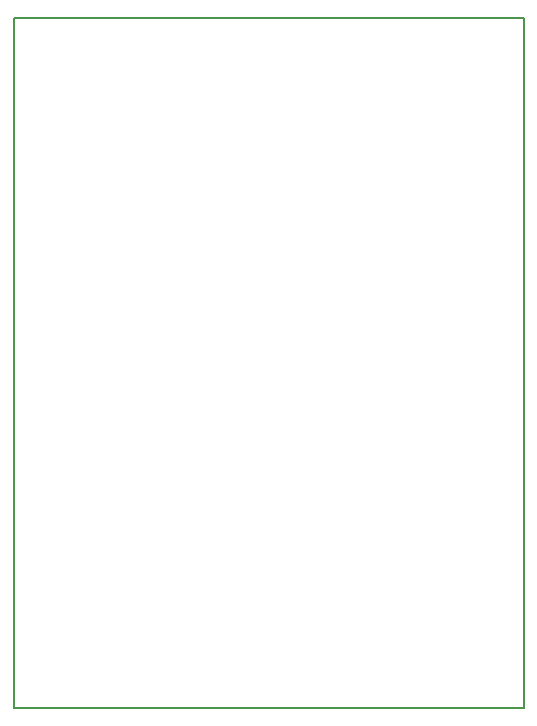
<source format=gbr>
G04 DipTrace 3.1.0.1*
G04 outline.gbr*
%MOIN*%
G04 #@! TF.FileFunction,Profile*
G04 #@! TF.Part,Single*
%ADD11C,0.005512*%
%FSLAX26Y26*%
G04*
G70*
G90*
G75*
G01*
G04 BoardOutline*
%LPD*%
X393701Y393701D2*
D11*
X2093701D1*
Y2693701D1*
X393701D1*
Y393701D1*
M02*

</source>
